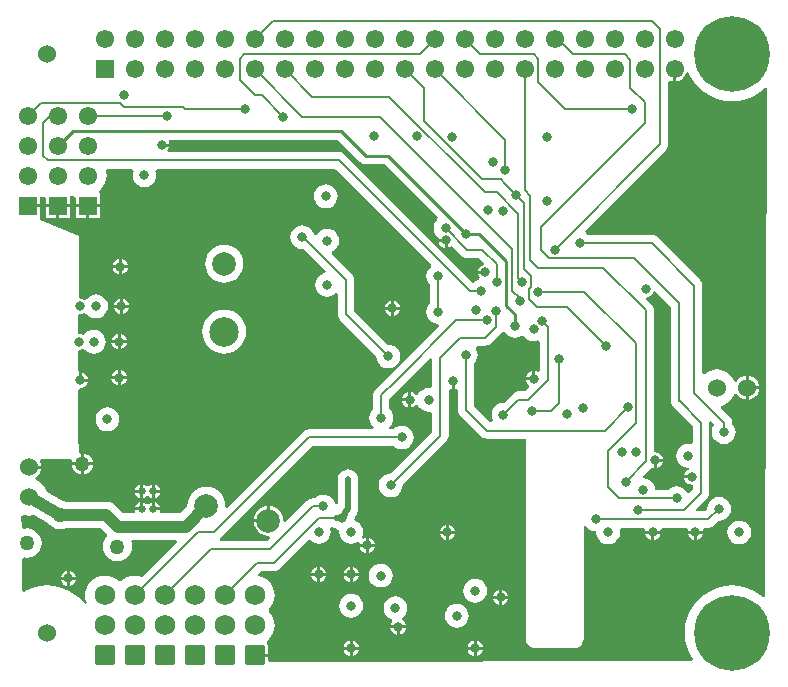
<source format=gbl>
G04 Layer_Physical_Order=4*
G04 Layer_Color=11436288*
%FSLAX25Y25*%
%MOIN*%
G70*
G01*
G75*
%ADD34C,0.00704*%
%ADD35C,0.00705*%
%ADD36C,0.01000*%
%ADD37C,0.01969*%
%ADD42R,0.06102X0.06102*%
%ADD43C,0.06102*%
G04:AMPARAMS|DCode=44|XSize=68.9mil|YSize=68.9mil|CornerRadius=6.89mil|HoleSize=0mil|Usage=FLASHONLY|Rotation=90.000|XOffset=0mil|YOffset=0mil|HoleType=Round|Shape=RoundedRectangle|*
%AMROUNDEDRECTD44*
21,1,0.06890,0.05512,0,0,90.0*
21,1,0.05512,0.06890,0,0,90.0*
1,1,0.01378,0.02756,0.02756*
1,1,0.01378,0.02756,-0.02756*
1,1,0.01378,-0.02756,-0.02756*
1,1,0.01378,-0.02756,0.02756*
%
%ADD44ROUNDEDRECTD44*%
%ADD45C,0.06890*%
%ADD46C,0.06000*%
%ADD48C,0.25197*%
%ADD49C,0.02598*%
%ADD50C,0.03150*%
%ADD51C,0.07874*%
%ADD52C,0.05000*%
%ADD53C,0.09843*%
%ADD55C,0.03937*%
G36*
X241357Y142173D02*
Y110630D01*
X241450Y109921D01*
X241724Y109261D01*
X242159Y108694D01*
X242726Y108259D01*
X242874Y108198D01*
X248662Y102409D01*
Y96886D01*
X247954Y96397D01*
X247244Y96491D01*
X246216Y96355D01*
X245258Y95959D01*
X244436Y95328D01*
X243805Y94505D01*
X243408Y93547D01*
X243273Y92520D01*
X243408Y91492D01*
X243805Y90534D01*
X244436Y89712D01*
X245258Y89081D01*
X246216Y88684D01*
X247244Y88549D01*
X247424Y88572D01*
X247609Y87882D01*
X247127Y87682D01*
X246589Y87269D01*
X246176Y86731D01*
X245917Y86105D01*
X245894Y85933D01*
X248425D01*
Y84933D01*
X245894D01*
X245917Y84761D01*
X246176Y84135D01*
X246589Y83597D01*
X247127Y83184D01*
X247753Y82924D01*
X248425Y82836D01*
X248662Y82628D01*
Y81274D01*
X247543Y80154D01*
X246832Y80236D01*
X246734Y80348D01*
X246115Y81154D01*
X245292Y81785D01*
X244335Y82182D01*
X243307Y82317D01*
X242279Y82182D01*
X241321Y81785D01*
X240499Y81154D01*
X240445Y81084D01*
X236251D01*
X236119Y82089D01*
X235723Y83047D01*
X235091Y83869D01*
X234269Y84500D01*
X233311Y84897D01*
X232372Y85020D01*
X232208Y85273D01*
X232068Y85718D01*
X235036Y88686D01*
X235047Y88701D01*
X235548Y88494D01*
X235721Y88471D01*
Y89856D01*
X235745Y89913D01*
X235838Y90622D01*
Y91002D01*
X236221D01*
Y91502D01*
X238752D01*
X238729Y91674D01*
X238470Y92300D01*
X238057Y92838D01*
X237519Y93251D01*
X236893Y93511D01*
X236221Y93599D01*
X235838Y93935D01*
Y140916D01*
X235744Y141624D01*
X235551Y142091D01*
X235471Y142285D01*
X235036Y142851D01*
X233153Y144735D01*
X233410Y145479D01*
X233743Y145523D01*
X234369Y145782D01*
X234907Y146195D01*
X235320Y146733D01*
X235459Y147069D01*
X236234Y147296D01*
X241357Y142173D01*
D02*
G37*
G36*
X137722Y190478D02*
X137723Y190478D01*
X138320Y190020D01*
X138728Y189850D01*
X139017Y189731D01*
X139764Y189633D01*
X146048D01*
X163667Y172014D01*
X163621Y171307D01*
X163492Y171208D01*
X162861Y170386D01*
X162464Y169428D01*
X162329Y168400D01*
X162464Y167372D01*
X162861Y166414D01*
X163492Y165592D01*
X164060Y165156D01*
X163968Y164932D01*
X163945Y164760D01*
X164799D01*
X165272Y164564D01*
X166300Y164429D01*
X166388Y164440D01*
X166476Y164352D01*
Y164260D01*
X166568D01*
X166976Y163852D01*
Y161729D01*
X167149Y161751D01*
X167775Y162011D01*
X168313Y162424D01*
X168399Y162429D01*
X171564Y159264D01*
X172131Y158829D01*
X172792Y158556D01*
X173500Y158462D01*
X177430D01*
X179043Y156849D01*
X179000Y156499D01*
X178822Y156068D01*
X178328Y155863D01*
X177790Y155450D01*
X177377Y154912D01*
X177118Y154286D01*
X177095Y154114D01*
X179626D01*
Y153114D01*
X177095D01*
X177118Y152942D01*
X177377Y152315D01*
X177664Y151942D01*
X177524Y151387D01*
X177390Y151191D01*
X176972Y151136D01*
X176014Y150739D01*
X175346Y150226D01*
X132691Y192881D01*
X132124Y193316D01*
X131464Y193589D01*
X130755Y193683D01*
X73932D01*
X73803Y193841D01*
X73616Y194391D01*
X73903Y194764D01*
X74162Y195391D01*
X74185Y195563D01*
X71653D01*
Y196563D01*
X74185D01*
X74162Y196735D01*
X73973Y197192D01*
X74196Y197691D01*
X74382Y197900D01*
X130300D01*
X137722Y190478D01*
D02*
G37*
G36*
X185883Y133786D02*
X186028Y133728D01*
X186562Y133032D01*
X187384Y132401D01*
X188342Y132004D01*
X189370Y131869D01*
X190398Y132004D01*
X191356Y132401D01*
X191577Y132570D01*
X192463Y132357D01*
X192861Y131838D01*
X193684Y131207D01*
X194641Y130810D01*
X195669Y130675D01*
X196697Y130810D01*
X196947Y130914D01*
X197656Y130440D01*
Y120724D01*
X196968Y120359D01*
X196342Y120619D01*
X196169Y120641D01*
Y118110D01*
X195669D01*
Y117610D01*
X193138D01*
X193161Y117438D01*
X193420Y116812D01*
X193833Y116274D01*
X193971Y116168D01*
X194070Y115264D01*
X192743Y113938D01*
X190600D01*
X189892Y113844D01*
X189231Y113571D01*
X188664Y113136D01*
X185688Y110159D01*
X185600Y110171D01*
X184572Y110036D01*
X183615Y109639D01*
X182792Y109008D01*
X182161Y108186D01*
X181764Y107228D01*
X181629Y106200D01*
X181764Y105172D01*
X182106Y104346D01*
X181849Y103726D01*
X181157Y103657D01*
X175838Y108977D01*
Y123338D01*
X175908Y123392D01*
X176539Y124214D01*
X176936Y125172D01*
X177071Y126200D01*
X176936Y127228D01*
X176539Y128185D01*
X176341Y128444D01*
X176690Y129152D01*
X179528D01*
X180236Y129245D01*
X180896Y129519D01*
X181463Y129954D01*
X184936Y133426D01*
X185199Y133770D01*
X185583Y133814D01*
X185883Y133786D01*
D02*
G37*
G36*
X26353Y72601D02*
X27559Y72482D01*
X28765Y72601D01*
X29164Y72722D01*
X33761Y70105D01*
X34327Y69367D01*
X35343Y68587D01*
X36526Y68098D01*
X37795Y67930D01*
X39064Y68098D01*
X39955Y68467D01*
X51340D01*
X53466Y66341D01*
X53422Y65673D01*
X52643Y64657D01*
X52153Y63474D01*
X51986Y62205D01*
X52153Y60935D01*
X52643Y59753D01*
X53422Y58737D01*
X54438Y57958D01*
X55620Y57468D01*
X56890Y57301D01*
X58159Y57468D01*
X59342Y57958D01*
X60358Y58737D01*
X61137Y59753D01*
X61627Y60935D01*
X61794Y62205D01*
X61627Y63474D01*
X61434Y63940D01*
X61827Y64530D01*
X76542D01*
X76813Y63875D01*
X65069Y52131D01*
X64045Y52442D01*
X62752Y52569D01*
X61459Y52442D01*
X60216Y52065D01*
X59071Y51452D01*
X58067Y50628D01*
X57438D01*
X56434Y51452D01*
X55288Y52065D01*
X54045Y52442D01*
X52752Y52569D01*
X51459Y52442D01*
X50216Y52065D01*
X49071Y51452D01*
X48067Y50628D01*
X47243Y49624D01*
X46630Y48479D01*
X46253Y47236D01*
X46126Y45943D01*
X46253Y44650D01*
X46630Y43407D01*
X46656Y43359D01*
X46067Y42957D01*
X44635Y44635D01*
X42750Y46244D01*
X40636Y47540D01*
X38346Y48488D01*
X35936Y49067D01*
X33465Y49261D01*
X30994Y49067D01*
X28583Y48488D01*
X26293Y47540D01*
X25762Y47214D01*
X25142Y47558D01*
X25060Y58148D01*
X25765Y58614D01*
X26772Y58482D01*
X28041Y58649D01*
X29224Y59139D01*
X30239Y59918D01*
X31019Y60934D01*
X31509Y62116D01*
X31676Y63386D01*
X31509Y64655D01*
X31019Y65838D01*
X30239Y66854D01*
X29224Y67633D01*
X28041Y68123D01*
X26772Y68290D01*
X25692Y68148D01*
X24980Y68577D01*
X24951Y72305D01*
X25655Y72812D01*
X26353Y72601D01*
D02*
G37*
G36*
X161497Y156332D02*
X161403Y155423D01*
X160992Y155108D01*
X160361Y154286D01*
X159964Y153328D01*
X159829Y152300D01*
X159964Y151272D01*
X160361Y150314D01*
X160992Y149492D01*
X161062Y149438D01*
Y143362D01*
X160992Y143308D01*
X160361Y142485D01*
X159964Y141528D01*
X159829Y140500D01*
X159964Y139472D01*
X160361Y138514D01*
X160992Y137692D01*
X161814Y137061D01*
X162772Y136664D01*
X163800Y136529D01*
X163960Y136550D01*
X164291Y135879D01*
X147891Y119479D01*
X142946Y114534D01*
X142511Y113968D01*
X142339Y113551D01*
X142238Y113307D01*
X142157Y112692D01*
X142144Y112599D01*
Y112599D01*
X142144Y107980D01*
X142074Y107926D01*
X141443Y107104D01*
X141046Y106146D01*
X140911Y105118D01*
X141046Y104090D01*
X141443Y103133D01*
X142074Y102310D01*
X142418Y102046D01*
X142177Y101338D01*
X120866D01*
X120158Y101244D01*
X119497Y100971D01*
X118930Y100536D01*
X93599Y75204D01*
X92918Y75526D01*
X92944Y75787D01*
X92822Y77022D01*
X92462Y78210D01*
X91877Y79304D01*
X91090Y80263D01*
X90131Y81050D01*
X89037Y81635D01*
X87849Y81995D01*
X86614Y82117D01*
X85379Y81995D01*
X84192Y81635D01*
X83098Y81050D01*
X82138Y80263D01*
X81351Y79304D01*
X80766Y78210D01*
X80406Y77022D01*
X80285Y75787D01*
X80298Y75649D01*
X77915Y73266D01*
X71387D01*
X71110Y73784D01*
X71077Y73974D01*
X71142Y74303D01*
X68898D01*
Y74803D01*
X68398D01*
Y77048D01*
X68001Y76969D01*
X67399Y76567D01*
X66929Y76503D01*
X66459Y76567D01*
X65858Y76969D01*
X65461Y77048D01*
Y74803D01*
X64961D01*
Y74303D01*
X62716D01*
X62781Y73974D01*
X62748Y73784D01*
X62471Y73266D01*
X58896D01*
X56238Y75923D01*
X55334Y76617D01*
X54280Y77054D01*
X53150Y77203D01*
X39955D01*
X39064Y77572D01*
X38074Y77702D01*
X33484Y80315D01*
X33268Y81026D01*
X32697Y82095D01*
X31929Y83031D01*
X30992Y83799D01*
X29924Y84370D01*
X29681Y84444D01*
X29602Y84993D01*
X29622Y85202D01*
X30412Y85809D01*
X31053Y86644D01*
X31456Y87617D01*
X31528Y88161D01*
X27559D01*
Y89161D01*
X31528D01*
X31456Y89706D01*
X31053Y90679D01*
X31034Y90703D01*
X31348Y91339D01*
X41502D01*
X41844Y90827D01*
X41859Y90630D01*
X41811Y90264D01*
X44776D01*
Y93228D01*
X44711Y93220D01*
X43977Y93708D01*
X43701Y99283D01*
X43791Y114497D01*
X44488Y115120D01*
X45160Y115208D01*
X45787Y115468D01*
X46325Y115880D01*
X46737Y116418D01*
X46997Y117044D01*
X47019Y117217D01*
X44488D01*
Y117717D01*
X43988D01*
Y120624D01*
X43828Y120765D01*
X43868Y127507D01*
X44291Y127875D01*
X44964Y127964D01*
X45590Y128223D01*
X45800Y128196D01*
X46208Y127665D01*
X47030Y127034D01*
X47988Y126637D01*
X49016Y126502D01*
X50044Y126637D01*
X51001Y127034D01*
X51824Y127665D01*
X52455Y128487D01*
X52851Y129445D01*
X52987Y130473D01*
X52851Y131500D01*
X52455Y132458D01*
X51824Y133280D01*
X51001Y133912D01*
X50044Y134308D01*
X49016Y134443D01*
X47988Y134308D01*
X47030Y133912D01*
X46208Y133280D01*
X45800Y132749D01*
X45590Y132722D01*
X44964Y132981D01*
X44291Y133070D01*
X43903Y133412D01*
X43938Y139293D01*
X44390Y139687D01*
X45062Y139775D01*
X45688Y140034D01*
X45702Y140045D01*
X45774Y140073D01*
X46668Y139902D01*
X46995Y139476D01*
X47818Y138845D01*
X48776Y138448D01*
X49803Y138313D01*
X50831Y138448D01*
X51789Y138845D01*
X52611Y139476D01*
X53242Y140298D01*
X53639Y141256D01*
X53774Y142284D01*
X53639Y143311D01*
X53242Y144269D01*
X52611Y145091D01*
X51789Y145722D01*
X50831Y146119D01*
X49803Y146255D01*
X48776Y146119D01*
X47818Y145722D01*
X46995Y145091D01*
X46668Y144665D01*
X45774Y144494D01*
X45702Y144522D01*
X45688Y144533D01*
X45062Y144792D01*
X44390Y144881D01*
X43973Y145248D01*
X44094Y165748D01*
X31022Y171131D01*
X31158Y171815D01*
X31158D01*
X31158Y171815D01*
Y175366D01*
X27106D01*
Y176366D01*
X31158D01*
Y178763D01*
X32549Y178790D01*
X33055Y178293D01*
Y176366D01*
X41158D01*
Y178952D01*
X42549Y178978D01*
X43055Y178482D01*
Y176366D01*
X51158D01*
Y179917D01*
X50787D01*
Y180866D01*
X51512Y181460D01*
X52287Y182405D01*
X52863Y183482D01*
X53218Y184651D01*
X53337Y185866D01*
X53218Y187082D01*
X53049Y187638D01*
X53471Y188207D01*
X61821D01*
X62295Y187499D01*
X62109Y187051D01*
X61974Y186024D01*
X62109Y184996D01*
X62506Y184038D01*
X63137Y183216D01*
X63959Y182585D01*
X64917Y182188D01*
X65945Y182053D01*
X66973Y182188D01*
X67930Y182585D01*
X68753Y183216D01*
X69384Y184038D01*
X69780Y184996D01*
X69916Y186024D01*
X69780Y187051D01*
X69595Y187499D01*
X70069Y188207D01*
X129621D01*
X161497Y156332D01*
D02*
G37*
G36*
X243138Y217358D02*
X243695Y217431D01*
X244681Y217839D01*
X245527Y218489D01*
X246177Y219335D01*
X246546Y220227D01*
X246844Y220304D01*
X247293Y220275D01*
X247736Y219206D01*
X249031Y217093D01*
X250641Y215208D01*
X252526Y213598D01*
X254639Y212303D01*
X256929Y211354D01*
X259340Y210776D01*
X261811Y210581D01*
X264282Y210776D01*
X266692Y211354D01*
X268983Y212303D01*
X271096Y213598D01*
X272866Y215110D01*
X273574Y214929D01*
X272884Y45563D01*
X272240Y45268D01*
X271096Y46244D01*
X268983Y47540D01*
X266692Y48488D01*
X264282Y49067D01*
X261811Y49261D01*
X259340Y49067D01*
X256929Y48488D01*
X254639Y47540D01*
X252526Y46244D01*
X250641Y44635D01*
X249031Y42750D01*
X247736Y40636D01*
X246787Y38346D01*
X246209Y35936D01*
X246014Y33465D01*
X246209Y30994D01*
X246787Y28583D01*
X247736Y26293D01*
X248708Y24706D01*
X248312Y23997D01*
X107732Y23732D01*
X107230Y24233D01*
Y25443D01*
X102752D01*
Y26443D01*
X107230D01*
Y28699D01*
X107099Y29358D01*
X106784Y29829D01*
X106727Y29928D01*
X106790Y30726D01*
X107438Y31257D01*
X108262Y32261D01*
X108874Y33407D01*
X109251Y34650D01*
X109379Y35943D01*
X109251Y37236D01*
X108874Y38479D01*
X108262Y39624D01*
X107579Y40456D01*
X107493Y40943D01*
X107579Y41429D01*
X108262Y42261D01*
X108874Y43407D01*
X109251Y44650D01*
X109379Y45943D01*
X109251Y47236D01*
X108874Y48479D01*
X108262Y49624D01*
X107438Y50628D01*
X106434Y51452D01*
X105288Y52065D01*
X104106Y52423D01*
X103907Y52787D01*
X103791Y53111D01*
X104636Y53955D01*
X109055D01*
X109764Y54049D01*
X110424Y54322D01*
X110991Y54757D01*
X120600Y64366D01*
X121208Y64326D01*
X122030Y63695D01*
X122988Y63298D01*
X124016Y63163D01*
X125044Y63298D01*
X126001Y63695D01*
X126824Y64326D01*
X127455Y65149D01*
X127851Y66106D01*
X127987Y67134D01*
X127852Y68155D01*
X127940Y68287D01*
X128414Y68656D01*
X129048Y68393D01*
X129757Y68300D01*
X129868Y68215D01*
X130826Y67818D01*
X130959Y67800D01*
X130872Y67134D01*
X131007Y66106D01*
X131404Y65149D01*
X132035Y64326D01*
X132857Y63695D01*
X133815Y63298D01*
X134843Y63163D01*
X135870Y63298D01*
X136828Y63695D01*
X137165Y63953D01*
X137747Y63507D01*
X137649Y63271D01*
X137626Y63098D01*
X139657D01*
Y65130D01*
X139485Y65107D01*
X138937Y64880D01*
X138707Y65009D01*
X138372Y65367D01*
X138678Y66106D01*
X138814Y67134D01*
X138678Y68162D01*
X138282Y69120D01*
X137651Y69942D01*
X136828Y70573D01*
X136410Y70746D01*
X135870Y70970D01*
X136058Y71617D01*
X136134Y71800D01*
X136211Y72382D01*
X136245Y72416D01*
X136781Y73115D01*
X137119Y73930D01*
X137234Y74803D01*
Y84646D01*
X137119Y85519D01*
X136781Y86333D01*
X136245Y87032D01*
X135546Y87569D01*
X134732Y87906D01*
X133858Y88021D01*
X132985Y87906D01*
X132171Y87569D01*
X131472Y87032D01*
X130935Y86333D01*
X130598Y85519D01*
X130483Y84646D01*
Y76518D01*
X130188Y76262D01*
X129436Y76547D01*
X129426Y76618D01*
X129030Y77576D01*
X128399Y78399D01*
X127576Y79030D01*
X126618Y79426D01*
X125591Y79562D01*
X124563Y79426D01*
X123605Y79030D01*
X122783Y78399D01*
X122729Y78328D01*
X122047D01*
X121339Y78235D01*
X120678Y77961D01*
X120112Y77526D01*
X112906Y70321D01*
X112235Y70652D01*
X112263Y70866D01*
X112093Y72155D01*
X111596Y73356D01*
X110804Y74387D01*
X109773Y75179D01*
X108572Y75676D01*
X107783Y75780D01*
Y70866D01*
X107283D01*
Y70366D01*
X102370D01*
X102473Y69577D01*
X102971Y68376D01*
X103762Y67345D01*
X104794Y66554D01*
X105995Y66056D01*
X107283Y65887D01*
X107498Y65915D01*
X107829Y65244D01*
X106740Y64155D01*
X91202D01*
X90962Y64864D01*
X91131Y64993D01*
X122000Y95862D01*
X148838D01*
X148892Y95792D01*
X149715Y95161D01*
X150672Y94764D01*
X151700Y94629D01*
X152728Y94764D01*
X153685Y95161D01*
X154508Y95792D01*
X155139Y96614D01*
X155536Y97572D01*
X155671Y98600D01*
X155536Y99628D01*
X155139Y100585D01*
X154508Y101408D01*
X153685Y102039D01*
X152728Y102436D01*
X151700Y102571D01*
X150672Y102436D01*
X149715Y102039D01*
X148892Y101408D01*
X148838Y101338D01*
X147586D01*
X147346Y102046D01*
X147690Y102310D01*
X148321Y103133D01*
X148717Y104090D01*
X148853Y105118D01*
X148717Y106146D01*
X148321Y107104D01*
X147690Y107926D01*
X147619Y107980D01*
X147619Y111465D01*
X151762Y115608D01*
X151763Y115608D01*
X151763Y115608D01*
X161121Y124966D01*
X161829Y124672D01*
Y115607D01*
X161121Y115020D01*
X160630Y115085D01*
X159602Y114950D01*
X158644Y114553D01*
X157822Y113922D01*
X157191Y113100D01*
X157105Y112892D01*
X156294Y112785D01*
X156167Y112950D01*
X155629Y113363D01*
X155003Y113622D01*
X154831Y113645D01*
Y111114D01*
Y108583D01*
X155003Y108606D01*
X155629Y108865D01*
X156167Y109278D01*
X156294Y109443D01*
X157105Y109336D01*
X157191Y109128D01*
X157822Y108306D01*
X158644Y107675D01*
X159602Y107278D01*
X160630Y107143D01*
X161121Y107208D01*
X161829Y106621D01*
Y100347D01*
X148119Y86637D01*
X148031Y86648D01*
X147004Y86513D01*
X146046Y86116D01*
X145224Y85485D01*
X144592Y84663D01*
X144196Y83705D01*
X144061Y82677D01*
X144196Y81649D01*
X144592Y80692D01*
X145224Y79869D01*
X146046Y79238D01*
X147004Y78842D01*
X148031Y78706D01*
X149059Y78842D01*
X150017Y79238D01*
X150839Y79869D01*
X151470Y80692D01*
X151867Y81649D01*
X152002Y82677D01*
X151991Y82765D01*
X166503Y97277D01*
X166938Y97844D01*
X167211Y98504D01*
X167305Y99213D01*
Y114442D01*
X168013Y114902D01*
X168226Y114814D01*
X168398Y114792D01*
Y117323D01*
X169398D01*
Y114792D01*
X169570Y114814D01*
X169654Y114849D01*
X170362Y114375D01*
Y107843D01*
X170456Y107135D01*
X170729Y106474D01*
X171164Y105907D01*
X178107Y98964D01*
X178674Y98529D01*
X179335Y98256D01*
X180043Y98162D01*
X193182D01*
Y31496D01*
X193290Y30674D01*
X193607Y29908D01*
X194112Y29250D01*
X194770Y28745D01*
X195536Y28427D01*
X196358Y28319D01*
X209154D01*
X209976Y28427D01*
X210742Y28745D01*
X211400Y29250D01*
X211905Y29908D01*
X212222Y30674D01*
X212330Y31496D01*
Y68979D01*
X212659Y69133D01*
X213039Y69173D01*
X213592Y68452D01*
X214415Y67821D01*
X215372Y67424D01*
X216400Y67289D01*
X216546Y66593D01*
X216637Y65901D01*
X217034Y64944D01*
X217665Y64121D01*
X218487Y63490D01*
X219445Y63094D01*
X220472Y62958D01*
X221500Y63094D01*
X222458Y63490D01*
X223280Y64121D01*
X223911Y64944D01*
X224308Y65901D01*
X224443Y66929D01*
X224327Y67814D01*
X224728Y68522D01*
X232560D01*
X233020Y67814D01*
X232932Y67601D01*
X232910Y67429D01*
X237972D01*
X237949Y67601D01*
X237862Y67814D01*
X238321Y68522D01*
X243701D01*
X243701Y68522D01*
X246726D01*
X247186Y67813D01*
X247098Y67601D01*
X247075Y67429D01*
X252138D01*
X252115Y67601D01*
X252027Y67813D01*
X252487Y68522D01*
X253937D01*
X254645Y68616D01*
X255306Y68889D01*
X255873Y69324D01*
X257393Y70844D01*
X257480Y70832D01*
X258508Y70968D01*
X259466Y71364D01*
X260288Y71995D01*
X260919Y72818D01*
X261316Y73775D01*
X261451Y74803D01*
X261316Y75831D01*
X260919Y76789D01*
X260288Y77611D01*
X259466Y78242D01*
X258508Y78639D01*
X257480Y78774D01*
X256453Y78639D01*
X255495Y78242D01*
X254673Y77611D01*
X254041Y76789D01*
X253645Y75831D01*
X253509Y74803D01*
X253521Y74715D01*
X252803Y73997D01*
X250131D01*
X249802Y74475D01*
X249745Y74613D01*
X253336Y78204D01*
X253771Y78771D01*
X254044Y79432D01*
X254138Y80140D01*
Y103543D01*
X254131Y103594D01*
X254802Y103925D01*
X255934Y102793D01*
X255616Y102379D01*
X255220Y101421D01*
X255084Y100394D01*
X255220Y99366D01*
X255616Y98408D01*
X256247Y97586D01*
X257070Y96955D01*
X258027Y96558D01*
X259055Y96423D01*
X260083Y96558D01*
X261041Y96955D01*
X261863Y97586D01*
X262494Y98408D01*
X262891Y99366D01*
X263026Y100394D01*
X262891Y101421D01*
X262494Y102379D01*
X261863Y103202D01*
X261793Y103255D01*
Y103543D01*
X261793Y103543D01*
X261699Y104252D01*
X261426Y104912D01*
X260991Y105479D01*
X258033Y108437D01*
X258292Y109180D01*
X259176Y109448D01*
X260244Y110019D01*
X261180Y110788D01*
X261949Y111724D01*
X262520Y112793D01*
X262594Y113035D01*
X263142Y113115D01*
X263352Y113094D01*
X263958Y112305D01*
X264794Y111663D01*
X265767Y111260D01*
X266311Y111189D01*
Y115157D01*
Y119126D01*
X265767Y119054D01*
X264794Y118651D01*
X263958Y118010D01*
X263352Y117220D01*
X263142Y117200D01*
X262594Y117280D01*
X262520Y117522D01*
X261949Y118590D01*
X261180Y119527D01*
X260244Y120295D01*
X259176Y120866D01*
X258016Y121218D01*
X256811Y121337D01*
X255606Y121218D01*
X254446Y120866D01*
X253378Y120295D01*
X252659Y119705D01*
X251950Y119997D01*
Y149213D01*
X251857Y149921D01*
X251663Y150388D01*
X251583Y150581D01*
X251148Y151148D01*
X236975Y165322D01*
X236408Y165757D01*
X235748Y166030D01*
X235039Y166123D01*
X213885D01*
X213831Y166194D01*
X213116Y166743D01*
X212875Y167503D01*
X239731Y194360D01*
X240166Y194927D01*
X240440Y195587D01*
X240533Y196295D01*
Y217098D01*
X241242Y217571D01*
X241580Y217431D01*
X242138Y217358D01*
Y221378D01*
X243138D01*
Y217358D01*
D02*
G37*
%LPC*%
G36*
X134343Y55476D02*
X134170Y55453D01*
X133544Y55194D01*
X133006Y54781D01*
X132594Y54243D01*
X132334Y53617D01*
X132311Y53445D01*
X134343D01*
Y55476D01*
D02*
G37*
G36*
X135343D02*
Y53445D01*
X137374D01*
X137351Y53617D01*
X137092Y54243D01*
X136679Y54781D01*
X136141Y55194D01*
X135515Y55453D01*
X135343Y55476D01*
D02*
G37*
G36*
X142689Y62098D02*
X140657D01*
Y60067D01*
X140830Y60090D01*
X141456Y60349D01*
X141994Y60762D01*
X142406Y61300D01*
X142666Y61926D01*
X142689Y62098D01*
D02*
G37*
G36*
X139657D02*
X137626D01*
X137649Y61926D01*
X137908Y61300D01*
X138321Y60762D01*
X138859Y60349D01*
X139485Y60090D01*
X139657Y60067D01*
Y62098D01*
D02*
G37*
G36*
X40051Y54131D02*
X39879Y54109D01*
X39253Y53849D01*
X38715Y53436D01*
X38302Y52899D01*
X38043Y52272D01*
X38020Y52100D01*
X40051D01*
Y54131D01*
D02*
G37*
G36*
X137374Y52445D02*
X135343D01*
Y50414D01*
X135515Y50436D01*
X136141Y50696D01*
X136679Y51108D01*
X137092Y51646D01*
X137351Y52273D01*
X137374Y52445D01*
D02*
G37*
G36*
X41051Y54131D02*
Y52100D01*
X43082D01*
X43060Y52272D01*
X42800Y52899D01*
X42388Y53436D01*
X41850Y53849D01*
X41223Y54109D01*
X41051Y54131D01*
D02*
G37*
G36*
X124516Y55476D02*
Y53445D01*
X126547D01*
X126524Y53617D01*
X126265Y54243D01*
X125852Y54781D01*
X125314Y55194D01*
X124688Y55453D01*
X124516Y55476D01*
D02*
G37*
G36*
X123516D02*
X123344Y55453D01*
X122717Y55194D01*
X122179Y54781D01*
X121767Y54243D01*
X121507Y53617D01*
X121485Y53445D01*
X123516D01*
Y55476D01*
D02*
G37*
G36*
X264173Y70900D02*
X263145Y70765D01*
X262188Y70368D01*
X261365Y69737D01*
X260734Y68915D01*
X260338Y67957D01*
X260202Y66929D01*
X260338Y65901D01*
X260734Y64944D01*
X261365Y64121D01*
X262188Y63490D01*
X263145Y63094D01*
X264173Y62958D01*
X265201Y63094D01*
X266159Y63490D01*
X266981Y64121D01*
X267612Y64944D01*
X268009Y65901D01*
X268144Y66929D01*
X268009Y67957D01*
X267612Y68915D01*
X266981Y69737D01*
X266159Y70368D01*
X265201Y70765D01*
X264173Y70900D01*
D02*
G37*
G36*
X249106Y66429D02*
X247075D01*
X247098Y66257D01*
X247357Y65631D01*
X247770Y65093D01*
X248308Y64680D01*
X248934Y64421D01*
X249106Y64398D01*
Y66429D01*
D02*
G37*
G36*
X237972D02*
X235941D01*
Y64398D01*
X236113Y64421D01*
X236739Y64680D01*
X237277Y65093D01*
X237690Y65631D01*
X237949Y66257D01*
X237972Y66429D01*
D02*
G37*
G36*
X252138D02*
X250106D01*
Y64398D01*
X250279Y64421D01*
X250905Y64680D01*
X251443Y65093D01*
X251855Y65631D01*
X252115Y66257D01*
X252138Y66429D01*
D02*
G37*
G36*
X167429Y69460D02*
Y67429D01*
X169460D01*
X169438Y67601D01*
X169178Y68228D01*
X168766Y68766D01*
X168228Y69178D01*
X167601Y69438D01*
X167429Y69460D01*
D02*
G37*
G36*
X166429D02*
X166257Y69438D01*
X165631Y69178D01*
X165093Y68766D01*
X164680Y68228D01*
X164421Y67601D01*
X164398Y67429D01*
X166429D01*
Y69460D01*
D02*
G37*
G36*
X234941Y66429D02*
X232910D01*
X232932Y66257D01*
X233192Y65631D01*
X233605Y65093D01*
X234142Y64680D01*
X234769Y64421D01*
X234941Y64398D01*
Y66429D01*
D02*
G37*
G36*
X64461Y77048D02*
X64064Y76969D01*
X63303Y76461D01*
X62795Y75700D01*
X62716Y75303D01*
X64461D01*
Y77048D01*
D02*
G37*
G36*
X140657Y65130D02*
Y63098D01*
X142689D01*
X142666Y63271D01*
X142406Y63897D01*
X141994Y64435D01*
X141456Y64847D01*
X140830Y65107D01*
X140657Y65130D01*
D02*
G37*
G36*
X106783Y75780D02*
X105995Y75676D01*
X104794Y75179D01*
X103762Y74387D01*
X102971Y73356D01*
X102473Y72155D01*
X102370Y71366D01*
X106783D01*
Y75780D01*
D02*
G37*
G36*
X169460Y66429D02*
X167429D01*
Y64398D01*
X167601Y64421D01*
X168228Y64680D01*
X168766Y65093D01*
X169178Y65631D01*
X169438Y66257D01*
X169460Y66429D01*
D02*
G37*
G36*
X166429D02*
X164398D01*
X164421Y66257D01*
X164680Y65631D01*
X165093Y65093D01*
X165631Y64680D01*
X166257Y64421D01*
X166429Y64398D01*
Y66429D01*
D02*
G37*
G36*
X149984Y34933D02*
X147953D01*
X147976Y34761D01*
X148235Y34135D01*
X148648Y33597D01*
X149186Y33184D01*
X149812Y32925D01*
X149984Y32902D01*
Y34933D01*
D02*
G37*
G36*
X176681Y30870D02*
Y28839D01*
X178712D01*
X178690Y29011D01*
X178430Y29637D01*
X178018Y30175D01*
X177480Y30588D01*
X176853Y30847D01*
X176681Y30870D01*
D02*
G37*
G36*
X175681D02*
X175509Y30847D01*
X174883Y30588D01*
X174345Y30175D01*
X173932Y29637D01*
X173673Y29011D01*
X173650Y28839D01*
X175681D01*
Y30870D01*
D02*
G37*
G36*
X149606Y45703D02*
X148579Y45568D01*
X147621Y45171D01*
X146798Y44540D01*
X146167Y43718D01*
X145771Y42760D01*
X145635Y41732D01*
X145771Y40705D01*
X146167Y39747D01*
X146798Y38924D01*
X147621Y38293D01*
X148398Y37971D01*
X148580Y37461D01*
X148580Y37182D01*
X148235Y36732D01*
X147976Y36105D01*
X147953Y35933D01*
X153015D01*
X152993Y36105D01*
X152733Y36732D01*
X152321Y37270D01*
X151848Y37632D01*
X151784Y37797D01*
X151791Y38446D01*
X152414Y38924D01*
X153045Y39747D01*
X153442Y40705D01*
X153577Y41732D01*
X153442Y42760D01*
X153045Y43718D01*
X152414Y44540D01*
X151592Y45171D01*
X150634Y45568D01*
X149606Y45703D01*
D02*
G37*
G36*
X170079Y43144D02*
X169051Y43009D01*
X168093Y42612D01*
X167271Y41981D01*
X166640Y41159D01*
X166243Y40201D01*
X166108Y39173D01*
X166243Y38146D01*
X166640Y37188D01*
X167271Y36366D01*
X168093Y35734D01*
X169051Y35338D01*
X170079Y35202D01*
X171107Y35338D01*
X172064Y35734D01*
X172887Y36366D01*
X173518Y37188D01*
X173915Y38146D01*
X174050Y39173D01*
X173915Y40201D01*
X173518Y41159D01*
X172887Y41981D01*
X172064Y42612D01*
X171107Y43009D01*
X170079Y43144D01*
D02*
G37*
G36*
X153015Y34933D02*
X150984D01*
Y32902D01*
X151156Y32925D01*
X151783Y33184D01*
X152321Y33597D01*
X152733Y34135D01*
X152993Y34761D01*
X153015Y34933D01*
D02*
G37*
G36*
X175681Y27839D02*
X173650D01*
X173673Y27666D01*
X173932Y27040D01*
X174345Y26502D01*
X174883Y26090D01*
X175509Y25830D01*
X175681Y25807D01*
Y27839D01*
D02*
G37*
G36*
X137374Y27838D02*
X135343D01*
Y25807D01*
X135515Y25830D01*
X136141Y26089D01*
X136679Y26502D01*
X137092Y27040D01*
X137351Y27666D01*
X137374Y27838D01*
D02*
G37*
G36*
X134343D02*
X132311D01*
X132334Y27666D01*
X132594Y27040D01*
X133006Y26502D01*
X133544Y26089D01*
X134170Y25830D01*
X134343Y25807D01*
Y27838D01*
D02*
G37*
G36*
X135343Y30870D02*
Y28838D01*
X137374D01*
X137351Y29011D01*
X137092Y29637D01*
X136679Y30175D01*
X136141Y30588D01*
X135515Y30847D01*
X135343Y30870D01*
D02*
G37*
G36*
X134343D02*
X134170Y30847D01*
X133544Y30588D01*
X133006Y30175D01*
X132594Y29637D01*
X132334Y29011D01*
X132311Y28838D01*
X134343D01*
Y30870D01*
D02*
G37*
G36*
X178712Y27839D02*
X176681D01*
Y25807D01*
X176853Y25830D01*
X177480Y26090D01*
X178018Y26502D01*
X178430Y27040D01*
X178690Y27666D01*
X178712Y27839D01*
D02*
G37*
G36*
X43082Y51100D02*
X41051D01*
Y49069D01*
X41223Y49092D01*
X41850Y49351D01*
X42388Y49764D01*
X42800Y50301D01*
X43060Y50928D01*
X43082Y51100D01*
D02*
G37*
G36*
X40051D02*
X38020D01*
X38043Y50928D01*
X38302Y50301D01*
X38715Y49764D01*
X39253Y49351D01*
X39879Y49092D01*
X40051Y49069D01*
Y51100D01*
D02*
G37*
G36*
X144685Y56530D02*
X143657Y56395D01*
X142700Y55998D01*
X141877Y55367D01*
X141246Y54545D01*
X140849Y53587D01*
X140714Y52559D01*
X140849Y51531D01*
X141246Y50573D01*
X141877Y49751D01*
X142700Y49120D01*
X143657Y48723D01*
X144685Y48588D01*
X145713Y48723D01*
X146670Y49120D01*
X147493Y49751D01*
X148124Y50573D01*
X148521Y51531D01*
X148656Y52559D01*
X148521Y53587D01*
X148124Y54545D01*
X147493Y55367D01*
X146670Y55998D01*
X145713Y56395D01*
X144685Y56530D01*
D02*
G37*
G36*
X134343Y52445D02*
X132311D01*
X132334Y52273D01*
X132594Y51646D01*
X133006Y51108D01*
X133544Y50696D01*
X134170Y50436D01*
X134343Y50414D01*
Y52445D01*
D02*
G37*
G36*
X126547D02*
X124516D01*
Y50414D01*
X124688Y50436D01*
X125314Y50696D01*
X125852Y51108D01*
X126265Y51646D01*
X126524Y52273D01*
X126547Y52445D01*
D02*
G37*
G36*
X123516D02*
X121485D01*
X121507Y52273D01*
X121767Y51646D01*
X122179Y51108D01*
X122717Y50696D01*
X123344Y50436D01*
X123516Y50414D01*
Y52445D01*
D02*
G37*
G36*
X187177Y44776D02*
X185146D01*
Y42744D01*
X185318Y42767D01*
X185944Y43027D01*
X186482Y43439D01*
X186895Y43977D01*
X187154Y44603D01*
X187177Y44776D01*
D02*
G37*
G36*
X184146D02*
X182114D01*
X182137Y44603D01*
X182396Y43977D01*
X182809Y43439D01*
X183347Y43027D01*
X183973Y42767D01*
X184146Y42744D01*
Y44776D01*
D02*
G37*
G36*
X134843Y46499D02*
X133815Y46363D01*
X132857Y45967D01*
X132035Y45336D01*
X131404Y44513D01*
X131007Y43555D01*
X130872Y42528D01*
X131007Y41500D01*
X131404Y40542D01*
X132035Y39720D01*
X132857Y39089D01*
X133815Y38692D01*
X134843Y38557D01*
X135870Y38692D01*
X136828Y39089D01*
X137651Y39720D01*
X138282Y40542D01*
X138678Y41500D01*
X138814Y42528D01*
X138678Y43555D01*
X138282Y44513D01*
X137651Y45336D01*
X136828Y45967D01*
X135870Y46363D01*
X134843Y46499D01*
D02*
G37*
G36*
X185146Y47807D02*
Y45776D01*
X187177D01*
X187154Y45948D01*
X186895Y46574D01*
X186482Y47112D01*
X185944Y47525D01*
X185318Y47784D01*
X185146Y47807D01*
D02*
G37*
G36*
X184146D02*
X183973Y47784D01*
X183347Y47525D01*
X182809Y47112D01*
X182396Y46574D01*
X182137Y45948D01*
X182114Y45776D01*
X184146D01*
Y47807D01*
D02*
G37*
G36*
X176181Y51499D02*
X175153Y51363D01*
X174196Y50967D01*
X173373Y50336D01*
X172742Y49513D01*
X172345Y48556D01*
X172210Y47528D01*
X172345Y46500D01*
X172742Y45542D01*
X173373Y44720D01*
X174196Y44089D01*
X175153Y43692D01*
X176181Y43557D01*
X177209Y43692D01*
X178167Y44089D01*
X178989Y44720D01*
X179620Y45542D01*
X180017Y46500D01*
X180152Y47528D01*
X180017Y48556D01*
X179620Y49513D01*
X178989Y50336D01*
X178167Y50967D01*
X177209Y51363D01*
X176181Y51499D01*
D02*
G37*
G36*
X60799Y141882D02*
X58768D01*
Y139851D01*
X58940Y139874D01*
X59566Y140133D01*
X60104Y140546D01*
X60517Y141084D01*
X60776Y141710D01*
X60799Y141882D01*
D02*
G37*
G36*
X57768D02*
X55737D01*
X55759Y141710D01*
X56019Y141084D01*
X56431Y140546D01*
X56969Y140133D01*
X57596Y139874D01*
X57768Y139851D01*
Y141882D01*
D02*
G37*
G36*
X148107Y144263D02*
X147934Y144241D01*
X147308Y143981D01*
X146770Y143569D01*
X146358Y143031D01*
X146098Y142404D01*
X146075Y142232D01*
X148107D01*
Y144263D01*
D02*
G37*
G36*
X57768Y144913D02*
X57596Y144891D01*
X56969Y144631D01*
X56431Y144218D01*
X56019Y143681D01*
X55759Y143054D01*
X55737Y142882D01*
X57768D01*
Y144913D01*
D02*
G37*
G36*
X149107Y144263D02*
Y142232D01*
X151138D01*
X151115Y142404D01*
X150856Y143031D01*
X150443Y143569D01*
X149905Y143981D01*
X149279Y144241D01*
X149107Y144263D01*
D02*
G37*
G36*
X151138Y141232D02*
X149107D01*
Y139201D01*
X149279Y139224D01*
X149905Y139483D01*
X150443Y139896D01*
X150856Y140434D01*
X151115Y141060D01*
X151138Y141232D01*
D02*
G37*
G36*
X60012Y130071D02*
X57980D01*
Y128040D01*
X58153Y128062D01*
X58779Y128322D01*
X59317Y128735D01*
X59729Y129272D01*
X59989Y129899D01*
X60012Y130071D01*
D02*
G37*
G36*
X56980D02*
X54949D01*
X54972Y129899D01*
X55231Y129272D01*
X55644Y128735D01*
X56182Y128322D01*
X56808Y128062D01*
X56980Y128040D01*
Y130071D01*
D02*
G37*
G36*
Y133102D02*
X56808Y133080D01*
X56182Y132820D01*
X55644Y132407D01*
X55231Y131869D01*
X54972Y131243D01*
X54949Y131071D01*
X56980D01*
Y133102D01*
D02*
G37*
G36*
X148107Y141232D02*
X146075D01*
X146098Y141060D01*
X146358Y140434D01*
X146770Y139896D01*
X147308Y139483D01*
X147934Y139224D01*
X148107Y139201D01*
Y141232D01*
D02*
G37*
G36*
X57980Y133102D02*
Y131071D01*
X60012D01*
X59989Y131243D01*
X59729Y131869D01*
X59317Y132407D01*
X58779Y132820D01*
X58153Y133080D01*
X57980Y133102D01*
D02*
G37*
G36*
X58768Y144913D02*
Y142882D01*
X60799D01*
X60776Y143054D01*
X60517Y143681D01*
X60104Y144218D01*
X59566Y144631D01*
X58940Y144891D01*
X58768Y144913D01*
D02*
G37*
G36*
X51158Y175366D02*
X47606D01*
Y171815D01*
X51158D01*
Y175366D01*
D02*
G37*
G36*
X46606D02*
X43055D01*
Y171815D01*
X46606D01*
Y175366D01*
D02*
G37*
G36*
X36606Y175366D02*
X33055D01*
Y171815D01*
X36606D01*
Y175366D01*
D02*
G37*
G36*
X126406Y182951D02*
X125378Y182816D01*
X124420Y182419D01*
X123598Y181788D01*
X122967Y180966D01*
X122570Y180008D01*
X122435Y178980D01*
X122570Y177953D01*
X122967Y176995D01*
X123598Y176172D01*
X124420Y175541D01*
X125378Y175145D01*
X126406Y175009D01*
X127433Y175145D01*
X128391Y175541D01*
X129214Y176172D01*
X129845Y176995D01*
X130241Y177953D01*
X130377Y178980D01*
X130241Y180008D01*
X129845Y180966D01*
X129214Y181788D01*
X128391Y182419D01*
X127433Y182816D01*
X126406Y182951D01*
D02*
G37*
G36*
X41158Y175366D02*
X37606D01*
Y171815D01*
X41158D01*
Y175366D01*
D02*
G37*
G36*
X165976Y163760D02*
X163945D01*
X163968Y163588D01*
X164227Y162961D01*
X164640Y162424D01*
X165178Y162011D01*
X165804Y161751D01*
X165976Y161729D01*
Y163760D01*
D02*
G37*
G36*
X57374Y155012D02*
X55343D01*
X55366Y154840D01*
X55625Y154213D01*
X56038Y153675D01*
X56576Y153263D01*
X57202Y153003D01*
X57374Y152981D01*
Y155012D01*
D02*
G37*
G36*
X92520Y162826D02*
X91285Y162704D01*
X90097Y162344D01*
X89003Y161759D01*
X88044Y160972D01*
X87257Y160013D01*
X86672Y158918D01*
X86312Y157731D01*
X86190Y156496D01*
X86312Y155261D01*
X86672Y154074D01*
X87257Y152979D01*
X88044Y152020D01*
X89003Y151233D01*
X90097Y150648D01*
X91285Y150288D01*
X92520Y150166D01*
X93755Y150288D01*
X94942Y150648D01*
X96036Y151233D01*
X96995Y152020D01*
X97782Y152979D01*
X98368Y154074D01*
X98728Y155261D01*
X98849Y156496D01*
X98728Y157731D01*
X98368Y158918D01*
X97782Y160013D01*
X96995Y160972D01*
X96036Y161759D01*
X94942Y162344D01*
X93755Y162704D01*
X92520Y162826D01*
D02*
G37*
G36*
X60405Y155012D02*
X58374D01*
Y152981D01*
X58546Y153003D01*
X59172Y153263D01*
X59710Y153675D01*
X60123Y154213D01*
X60383Y154840D01*
X60405Y155012D01*
D02*
G37*
G36*
X58374Y158043D02*
Y156012D01*
X60405D01*
X60383Y156184D01*
X60123Y156810D01*
X59710Y157348D01*
X59172Y157761D01*
X58546Y158020D01*
X58374Y158043D01*
D02*
G37*
G36*
X57374D02*
X57202Y158020D01*
X56576Y157761D01*
X56038Y157348D01*
X55625Y156810D01*
X55366Y156184D01*
X55343Y156012D01*
X57374D01*
Y158043D01*
D02*
G37*
G36*
X48740Y89264D02*
X45776D01*
Y86299D01*
X46189Y86354D01*
X47041Y86707D01*
X47772Y87268D01*
X48333Y87999D01*
X48686Y88850D01*
X48740Y89264D01*
D02*
G37*
G36*
X44776D02*
X41811D01*
X41866Y88850D01*
X42218Y87999D01*
X42779Y87268D01*
X43510Y86707D01*
X44362Y86354D01*
X44776Y86299D01*
Y89264D01*
D02*
G37*
G36*
X238752Y90502D02*
X236721D01*
Y88471D01*
X236893Y88494D01*
X237519Y88753D01*
X238057Y89166D01*
X238470Y89704D01*
X238729Y90330D01*
X238752Y90502D01*
D02*
G37*
G36*
X53600Y108604D02*
X52572Y108469D01*
X51614Y108072D01*
X50792Y107441D01*
X50161Y106618D01*
X49764Y105661D01*
X49629Y104633D01*
X49764Y103605D01*
X50161Y102647D01*
X50792Y101825D01*
X51614Y101194D01*
X52572Y100797D01*
X53600Y100662D01*
X54628Y100797D01*
X55585Y101194D01*
X56408Y101825D01*
X57039Y102647D01*
X57436Y103605D01*
X57571Y104633D01*
X57436Y105661D01*
X57039Y106618D01*
X56408Y107441D01*
X55585Y108072D01*
X54628Y108469D01*
X53600Y108604D01*
D02*
G37*
G36*
X45776Y93228D02*
Y90264D01*
X48740D01*
X48686Y90677D01*
X48333Y91529D01*
X47772Y92260D01*
X47041Y92821D01*
X46189Y93174D01*
X45776Y93228D01*
D02*
G37*
G36*
X68398Y82953D02*
X68001Y82875D01*
X67399Y82473D01*
X66929Y82409D01*
X66459Y82473D01*
X65858Y82875D01*
X65461Y82953D01*
Y80709D01*
Y78464D01*
X65858Y78543D01*
X66459Y78944D01*
X66929Y79009D01*
X67399Y78944D01*
X68001Y78543D01*
X68398Y78464D01*
Y80709D01*
Y82953D01*
D02*
G37*
G36*
X64461Y80209D02*
X62716D01*
X62795Y79812D01*
X63303Y79051D01*
X64064Y78543D01*
X64461Y78464D01*
Y80209D01*
D02*
G37*
G36*
X69398Y77048D02*
Y75303D01*
X71142D01*
X71063Y75700D01*
X70555Y76461D01*
X69795Y76969D01*
X69398Y77048D01*
D02*
G37*
G36*
X71142Y80209D02*
X69398D01*
Y78464D01*
X69795Y78543D01*
X70555Y79051D01*
X71063Y79812D01*
X71142Y80209D01*
D02*
G37*
G36*
X69398Y82953D02*
Y81209D01*
X71142D01*
X71063Y81606D01*
X70555Y82366D01*
X69795Y82875D01*
X69398Y82953D01*
D02*
G37*
G36*
X64461D02*
X64064Y82875D01*
X63303Y82366D01*
X62795Y81606D01*
X62716Y81209D01*
X64461D01*
Y82953D01*
D02*
G37*
G36*
X153831Y110614D02*
X151800D01*
X151822Y110442D01*
X152082Y109816D01*
X152494Y109278D01*
X153032Y108865D01*
X153659Y108606D01*
X153831Y108583D01*
Y110614D01*
D02*
G37*
G36*
X56980Y121035D02*
X56808Y121012D01*
X56182Y120753D01*
X55644Y120340D01*
X55231Y119802D01*
X54972Y119176D01*
X54949Y119004D01*
X56980D01*
Y121035D01*
D02*
G37*
G36*
X195169Y120641D02*
X194997Y120619D01*
X194371Y120359D01*
X193833Y119947D01*
X193420Y119409D01*
X193161Y118782D01*
X193138Y118610D01*
X195169D01*
Y120641D01*
D02*
G37*
G36*
X57980Y121035D02*
Y119004D01*
X60012D01*
X59989Y119176D01*
X59729Y119802D01*
X59317Y120340D01*
X58779Y120753D01*
X58153Y121012D01*
X57980Y121035D01*
D02*
G37*
G36*
X92520Y141177D02*
X91092Y141036D01*
X89719Y140620D01*
X88454Y139944D01*
X87344Y139033D01*
X86434Y137924D01*
X85758Y136659D01*
X85342Y135286D01*
X85201Y133858D01*
X85342Y132430D01*
X85758Y131057D01*
X86434Y129792D01*
X87344Y128683D01*
X88454Y127773D01*
X89719Y127097D01*
X91092Y126680D01*
X92520Y126540D01*
X93947Y126680D01*
X95320Y127097D01*
X96586Y127773D01*
X97695Y128683D01*
X98605Y129792D01*
X99281Y131057D01*
X99698Y132430D01*
X99838Y133858D01*
X99698Y135286D01*
X99281Y136659D01*
X98605Y137924D01*
X97695Y139033D01*
X96586Y139944D01*
X95320Y140620D01*
X93947Y141036D01*
X92520Y141177D01*
D02*
G37*
G36*
X118504Y169325D02*
X117476Y169190D01*
X116518Y168793D01*
X115696Y168162D01*
X115065Y167340D01*
X114668Y166382D01*
X114533Y165354D01*
X114668Y164327D01*
X115065Y163369D01*
X115696Y162546D01*
X116518Y161915D01*
X117476Y161519D01*
X118504Y161383D01*
X118965Y161444D01*
X126336Y154074D01*
X126082Y153326D01*
X125799Y153288D01*
X124841Y152892D01*
X124019Y152261D01*
X123388Y151438D01*
X122991Y150481D01*
X122856Y149453D01*
X122991Y148425D01*
X123388Y147467D01*
X124019Y146645D01*
X124841Y146014D01*
X125799Y145617D01*
X126827Y145482D01*
X127855Y145617D01*
X128812Y146014D01*
X129635Y146645D01*
X129654Y146670D01*
X130362Y146429D01*
Y139700D01*
X130456Y138991D01*
X130729Y138331D01*
X131164Y137764D01*
X143241Y125688D01*
X143229Y125600D01*
X143364Y124572D01*
X143761Y123615D01*
X144392Y122792D01*
X145214Y122161D01*
X146172Y121764D01*
X147200Y121629D01*
X148228Y121764D01*
X149186Y122161D01*
X150008Y122792D01*
X150639Y123615D01*
X151036Y124572D01*
X151171Y125600D01*
X151036Y126628D01*
X150639Y127585D01*
X150008Y128408D01*
X149186Y129039D01*
X148228Y129436D01*
X147200Y129571D01*
X147112Y129559D01*
X135838Y140834D01*
Y151181D01*
X135744Y151890D01*
X135631Y152163D01*
X135471Y152550D01*
X135036Y153117D01*
X128338Y159814D01*
X128505Y160650D01*
X128812Y160778D01*
X129635Y161409D01*
X130266Y162231D01*
X130663Y163189D01*
X130798Y164217D01*
X130663Y165244D01*
X130266Y166202D01*
X129635Y167025D01*
X128812Y167656D01*
X127855Y168052D01*
X126827Y168188D01*
X125799Y168052D01*
X124841Y167656D01*
X124019Y167025D01*
X123388Y166202D01*
X122606Y166064D01*
X122358Y166241D01*
X122340Y166382D01*
X121943Y167340D01*
X121312Y168162D01*
X120489Y168793D01*
X119532Y169190D01*
X118504Y169325D01*
D02*
G37*
G36*
X44988Y120248D02*
Y118217D01*
X47019D01*
X46997Y118389D01*
X46737Y119015D01*
X46325Y119553D01*
X45787Y119966D01*
X45160Y120225D01*
X44988Y120248D01*
D02*
G37*
G36*
X153831Y113645D02*
X153659Y113622D01*
X153032Y113363D01*
X152494Y112950D01*
X152082Y112413D01*
X151822Y111786D01*
X151800Y111614D01*
X153831D01*
Y113645D01*
D02*
G37*
G36*
X270780Y114657D02*
X267311D01*
Y111189D01*
X267855Y111260D01*
X268828Y111663D01*
X269664Y112305D01*
X270305Y113140D01*
X270708Y114113D01*
X270780Y114657D01*
D02*
G37*
G36*
X267311Y119126D02*
Y115657D01*
X270780D01*
X270708Y116202D01*
X270305Y117175D01*
X269664Y118010D01*
X268828Y118651D01*
X267855Y119054D01*
X267311Y119126D01*
D02*
G37*
G36*
X60012Y118004D02*
X57980D01*
Y115973D01*
X58153Y115995D01*
X58779Y116255D01*
X59317Y116668D01*
X59729Y117205D01*
X59989Y117832D01*
X60012Y118004D01*
D02*
G37*
G36*
X56980D02*
X54949D01*
X54972Y117832D01*
X55231Y117205D01*
X55644Y116668D01*
X56182Y116255D01*
X56808Y115995D01*
X56980Y115973D01*
Y118004D01*
D02*
G37*
%LPD*%
D34*
X124016Y71653D02*
X129921D01*
X57739Y210200D02*
X59277Y208661D01*
X31440Y210200D02*
X57739D01*
X88227Y61417D02*
X107874D01*
X59277Y208661D02*
X78740D01*
X79331Y208070D01*
X99410D01*
X206107Y208067D02*
X228300D01*
X197244Y216929D02*
X206107Y208067D01*
X232646Y203513D02*
Y210267D01*
X198032Y168898D02*
X232646Y203513D01*
X198032Y161056D02*
Y168898D01*
X99213Y226378D02*
X157638D01*
X97638Y224803D02*
X99213Y226378D01*
X97638Y217717D02*
Y224803D01*
X118715Y165566D02*
X133100Y151181D01*
X105118Y212598D02*
X112205Y205512D01*
X102756Y212598D02*
X105118D01*
X97638Y217717D02*
X102756Y212598D01*
X118504Y205512D02*
X144488D01*
X118504D02*
X120472D01*
X102638Y221378D02*
X118504Y205512D01*
X108661Y237402D02*
X235039D01*
X102638Y231378D02*
X108661Y237402D01*
X237795Y196295D02*
Y234646D01*
X235039Y237402D02*
X237795Y234646D01*
X202700Y161200D02*
X237795Y196295D01*
X208666Y226393D02*
X225984Y226342D01*
X227953Y214961D02*
X232646Y210267D01*
X227953Y214961D02*
Y224374D01*
X225984Y226342D02*
X227953Y224374D01*
X203681Y231378D02*
X208666Y226393D01*
X195669Y226378D02*
X197244Y224803D01*
X177638Y226378D02*
X195669D01*
X172638Y231378D02*
X177638Y226378D01*
X197244Y216929D02*
Y224803D01*
X194488Y157867D02*
X197237Y155118D01*
X197244D01*
X198032Y161056D02*
Y162598D01*
Y161056D02*
X200787Y158300D01*
X259055Y100394D02*
Y103543D01*
X249213Y113386D02*
X259055Y103543D01*
X251400Y80140D02*
Y103543D01*
X244094Y110630D02*
X244313D01*
X251400Y103543D01*
X230315Y74400D02*
X245660D01*
X251400Y80140D01*
X92752Y45943D02*
X103502Y56693D01*
X109055D01*
X124016Y71653D01*
X122047Y75590D02*
X125591D01*
X107874Y61417D02*
X122047Y75590D01*
X188583Y147448D02*
Y161417D01*
X144488Y205512D02*
X188583Y161417D01*
X190551Y151650D02*
Y173228D01*
X183465Y180315D02*
X190551Y173228D01*
X179314Y180315D02*
X183465D01*
X147424Y212205D02*
X179314Y180315D01*
X159055Y203937D02*
X178347Y184646D01*
X186221Y183070D02*
X189763Y179527D01*
X178347Y184646D02*
X184646D01*
X186221Y183071D01*
Y183070D02*
Y183071D01*
Y187795D02*
Y197795D01*
X162638Y221378D02*
X186221Y197795D01*
X159055Y203937D02*
Y214961D01*
X121811Y212205D02*
X147424D01*
X189763Y179527D02*
X189764D01*
X173500Y161200D02*
X178564D01*
X192638Y180977D02*
Y221378D01*
X202638Y231378D02*
X203681D01*
X166300Y168400D02*
X173500Y161200D01*
X176378D01*
X179528Y131890D02*
X183000Y135362D01*
Y140800D01*
X173100Y107843D02*
Y126200D01*
X174400Y147300D02*
X178000D01*
X220457Y81936D02*
Y93957D01*
Y81936D02*
X224046Y78346D01*
X220457Y93957D02*
X229800Y103300D01*
X34607Y205866D02*
X37106D01*
X32283Y203543D02*
X34607Y205866D01*
X183465Y150394D02*
Y156299D01*
X178564Y161200D02*
X183465Y156299D01*
X253937Y71260D02*
X257480Y74803D01*
X224046Y78346D02*
X243307D01*
X191031Y145000D02*
X191200Y144075D01*
X195000Y107400D02*
X201600D01*
X204200Y110000D01*
Y124700D01*
X185600Y106200D02*
X190600Y111200D01*
X229800Y103300D02*
Y129927D01*
X173100Y107843D02*
X180043Y100900D01*
X219350D01*
X227074Y108624D01*
X226378Y83900D02*
X233100Y90622D01*
X133100Y139700D02*
X147200Y125600D01*
X163800Y140500D02*
Y152300D01*
X73583Y205866D02*
X73622Y205906D01*
X47106Y205866D02*
X73583D01*
X112638Y221378D02*
X121811Y212205D01*
X133100Y139700D02*
Y151181D01*
X130755Y190945D02*
X174400Y147300D01*
X32283Y192520D02*
Y203543D01*
Y192520D02*
X33858Y190945D01*
X130755D01*
X27106Y205866D02*
X31440Y210200D01*
X157638Y226378D02*
X162638Y231378D01*
X188583Y147448D02*
X191031Y145000D01*
X152638Y221378D02*
X159055Y214961D01*
X190551Y151650D02*
X191827Y150374D01*
X197244Y147244D02*
X212483D01*
X229800Y129927D01*
X194488Y157867D02*
Y179127D01*
X192638Y180977D02*
X194488Y179127D01*
X189764Y179527D02*
X192520Y176772D01*
X197237Y155118D02*
X218898D01*
X233100Y140916D01*
Y90622D02*
Y140916D01*
X200787Y158300D02*
X229102D01*
X244094Y143307D01*
Y110630D02*
Y143307D01*
X249213Y113386D02*
Y149213D01*
X211024Y163386D02*
X235039D01*
X249213Y149213D01*
X216400Y71260D02*
X250000D01*
X250000Y71260D01*
X243701D02*
X253937D01*
X148031Y82677D02*
X164567Y99213D01*
Y125197D01*
X171260Y131890D01*
X179528D01*
X198400Y137500D02*
X200394Y135506D01*
X190600Y111200D02*
X193877D01*
X200394Y117717D01*
Y135506D01*
X149827Y117543D02*
X169884Y137600D01*
X180200D01*
X144882Y105118D02*
X144882Y112599D01*
X149827Y117543D01*
X72752Y45943D02*
X88227Y61417D01*
X89195Y66929D02*
X120866Y98600D01*
X151700D01*
X62752Y45943D02*
X83738Y66929D01*
X89195D01*
D35*
X192520Y154724D02*
Y176772D01*
Y154724D02*
X194882Y152362D01*
Y148819D02*
Y152362D01*
X194095Y148031D02*
X194882Y148819D01*
X206693Y142126D02*
X219685Y129134D01*
X194095Y144882D02*
Y148031D01*
Y144882D02*
X196850Y142126D01*
X206693D01*
D36*
X42027Y200787D02*
X131496D01*
X139764Y192520D01*
X177559Y166535D02*
X186614Y157480D01*
X173228Y166535D02*
X177559D01*
X177953Y166142D01*
X186614Y142520D02*
Y157480D01*
Y142520D02*
X189370Y139764D01*
X37106Y195866D02*
X42027Y200787D01*
X139764Y192520D02*
X147244D01*
X173228Y166535D01*
X189370Y135840D02*
Y139764D01*
D37*
X133858Y74803D02*
Y84646D01*
X132874Y73819D02*
X133858Y74803D01*
X132874Y72674D02*
Y73819D01*
X131853Y71653D02*
X132874Y72674D01*
X129921Y71653D02*
X131853D01*
D42*
X52638Y221378D02*
D03*
X37106Y175866D02*
D03*
X47106Y175866D02*
D03*
X27106Y175866D02*
D03*
D43*
X52638Y231378D02*
D03*
X62638D02*
D03*
Y221378D02*
D03*
X72638D02*
D03*
Y231378D02*
D03*
X92638D02*
D03*
Y221378D02*
D03*
X82638D02*
D03*
Y231378D02*
D03*
X122638D02*
D03*
Y221378D02*
D03*
X132638D02*
D03*
Y231378D02*
D03*
X112638D02*
D03*
Y221378D02*
D03*
X102638D02*
D03*
Y231378D02*
D03*
X152638D02*
D03*
Y221378D02*
D03*
X142638D02*
D03*
Y231378D02*
D03*
X242638D02*
D03*
Y221378D02*
D03*
X202638Y231378D02*
D03*
Y221378D02*
D03*
X212638D02*
D03*
Y231378D02*
D03*
X232638D02*
D03*
Y221378D02*
D03*
X222638D02*
D03*
Y231378D02*
D03*
X182638D02*
D03*
Y221378D02*
D03*
X192638D02*
D03*
Y231378D02*
D03*
X172638D02*
D03*
Y221378D02*
D03*
X162638D02*
D03*
Y231378D02*
D03*
X37106Y185866D02*
D03*
Y195866D02*
D03*
Y205866D02*
D03*
X47106Y185866D02*
D03*
Y195866D02*
D03*
Y205866D02*
D03*
X27106Y185866D02*
D03*
Y195866D02*
D03*
Y205866D02*
D03*
D44*
X102752Y25943D02*
D03*
X52752D02*
D03*
X62752D02*
D03*
X72752D02*
D03*
X82752D02*
D03*
X92752D02*
D03*
D45*
X102752Y35943D02*
D03*
Y45943D02*
D03*
X52752Y35943D02*
D03*
Y45943D02*
D03*
X62752Y35943D02*
D03*
Y45943D02*
D03*
X72752Y35943D02*
D03*
Y45943D02*
D03*
X82752Y35943D02*
D03*
Y45943D02*
D03*
X92752Y35943D02*
D03*
Y45943D02*
D03*
D46*
X266811Y115157D02*
D03*
X256811D02*
D03*
X27559Y88661D02*
D03*
Y78661D02*
D03*
X33465Y33465D02*
D03*
Y226378D02*
D03*
D48*
X261811Y33465D02*
D03*
Y226378D02*
D03*
D49*
X68898Y74803D02*
D03*
X64961D02*
D03*
Y80709D02*
D03*
X68898D02*
D03*
D50*
X65945Y186024D02*
D03*
X206693Y106299D02*
D03*
X59055Y212598D02*
D03*
X57480Y130571D02*
D03*
X49016Y130473D02*
D03*
X99410Y208070D02*
D03*
X44291Y130473D02*
D03*
X58268Y142382D02*
D03*
X44390Y142284D02*
D03*
X49803D02*
D03*
X57874Y155512D02*
D03*
X182283Y190551D02*
D03*
X180610Y174409D02*
D03*
X185531Y174016D02*
D03*
X200098Y177363D02*
D03*
X140157Y62598D02*
D03*
X195669Y118110D02*
D03*
X200000Y198819D02*
D03*
X118504Y165354D02*
D03*
X112205Y205512D02*
D03*
X228300Y208067D02*
D03*
X247244Y92520D02*
D03*
X259055Y100394D02*
D03*
X131853Y71653D02*
D03*
X125591Y75590D02*
D03*
X186221Y187795D02*
D03*
X148607Y141732D02*
D03*
X211024Y163386D02*
D03*
X180200Y137600D02*
D03*
X183000Y140800D02*
D03*
X178000Y147300D02*
D03*
X144882Y105118D02*
D03*
X184646Y45276D02*
D03*
X229921Y93701D02*
D03*
X225197D02*
D03*
X173228Y166535D02*
D03*
X183465Y150394D02*
D03*
X195669Y134646D02*
D03*
X189370Y135840D02*
D03*
X73622Y205906D02*
D03*
X44488Y117717D02*
D03*
X40551Y51600D02*
D03*
X257480Y74803D02*
D03*
X243307Y78346D02*
D03*
X248425Y85433D02*
D03*
X249606Y66929D02*
D03*
X144685Y52559D02*
D03*
X170079Y39173D02*
D03*
X166929Y66929D02*
D03*
X202700Y161200D02*
D03*
X191200Y144075D02*
D03*
X195000Y107400D02*
D03*
X204200Y124700D02*
D03*
X185600Y106200D02*
D03*
X198400Y137500D02*
D03*
X166300Y168400D02*
D03*
X166476Y164260D02*
D03*
X230315Y74400D02*
D03*
X173100Y126200D02*
D03*
X227074Y108624D02*
D03*
X226378Y83900D02*
D03*
X147200Y125600D02*
D03*
X163800Y152300D02*
D03*
Y140500D02*
D03*
X53600Y104633D02*
D03*
X124016Y67134D02*
D03*
X134843Y42528D02*
D03*
Y67134D02*
D03*
X160630Y111114D02*
D03*
X126827Y149453D02*
D03*
Y164217D02*
D03*
X176386Y140925D02*
D03*
X126406Y178980D02*
D03*
X212093Y108570D02*
D03*
X156701Y199213D02*
D03*
X151700Y98600D02*
D03*
X124016Y52945D02*
D03*
X134843Y28338D02*
D03*
Y52945D02*
D03*
X150484Y35433D02*
D03*
X176181Y28339D02*
D03*
X154331Y111114D02*
D03*
X235441Y66929D02*
D03*
X179626Y153614D02*
D03*
X142512Y199213D02*
D03*
X236221Y91002D02*
D03*
X168594Y198819D02*
D03*
X176181Y47528D02*
D03*
X232284Y81061D02*
D03*
X191827Y150374D02*
D03*
X197244Y147244D02*
D03*
X189763Y179527D02*
D03*
X219685Y129134D02*
D03*
X220472Y66929D02*
D03*
X216400Y71260D02*
D03*
X264173Y66929D02*
D03*
X148031Y82677D02*
D03*
X149606Y41732D02*
D03*
X71653Y196063D02*
D03*
X233071Y148031D02*
D03*
X168898Y117323D02*
D03*
X57480Y118504D02*
D03*
D51*
X107283Y70866D02*
D03*
X92520Y156496D02*
D03*
X86614Y75787D02*
D03*
D52*
X45276Y89764D02*
D03*
X37795Y72835D02*
D03*
X26772Y63386D02*
D03*
X56890Y62205D02*
D03*
D53*
X92520Y133858D02*
D03*
D55*
X37795Y72835D02*
X53150D01*
X57087Y68898D01*
X79724D01*
X86614Y75787D01*
X27559Y78661D02*
X37795Y72835D01*
M02*

</source>
